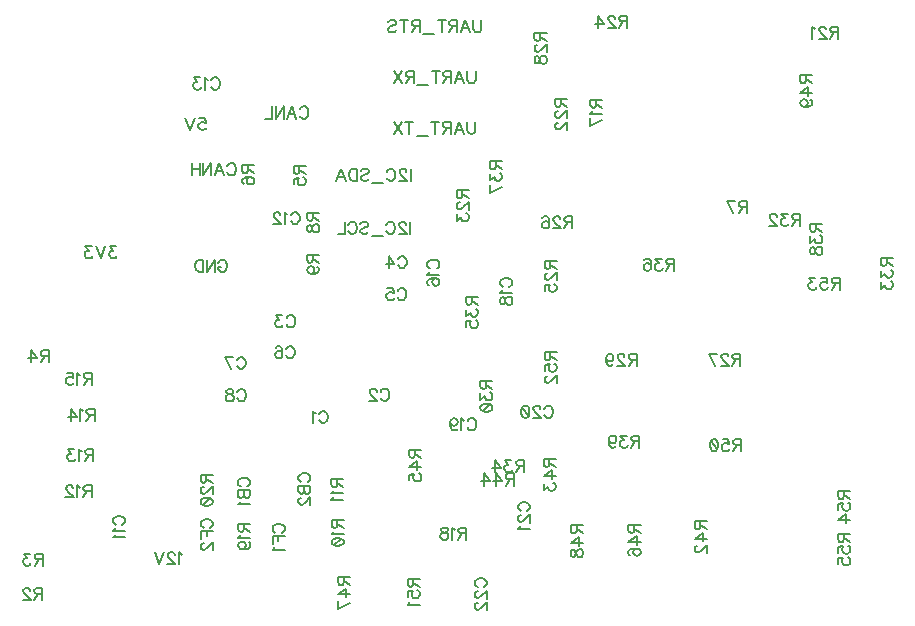
<source format=gbr>
G04 DipTrace 3.2.0.1*
G04 BottomAssy.gbr*
%MOIN*%
G04 #@! TF.FileFunction,Drawing,Bot*
G04 #@! TF.Part,Single*
%ADD108C,0.005906*%
%FSLAX26Y26*%
G04*
G70*
G90*
G75*
G01*
G04 BotAssy*
%LPD*%
X1053420Y811645D2*
D108*
X1049573Y813590D1*
X1043825Y819294D1*
Y779146D1*
X1030069Y809744D2*
Y811645D1*
X1028167Y815492D1*
X1026266Y817393D1*
X1022419Y819294D1*
X1014770D1*
X1010967Y817393D1*
X1009066Y815492D1*
X1007121Y811645D1*
Y807842D1*
X1009066Y803996D1*
X1012869Y798292D1*
X1032014Y779146D1*
X1005219D1*
X993408Y819338D2*
X978110Y779146D1*
X962811Y819338D1*
X833880Y1840188D2*
X812878D1*
X824330Y1824889D1*
X818582D1*
X814779Y1822988D1*
X812878Y1821087D1*
X810932Y1815339D1*
Y1811536D1*
X812878Y1805788D1*
X816680Y1801941D1*
X822429Y1800040D1*
X828177D1*
X833880Y1801941D1*
X835782Y1803887D1*
X837727Y1807689D1*
X799121Y1840232D2*
X783823Y1800040D1*
X768524Y1840232D1*
X752866Y1840188D2*
X731864D1*
X743316Y1824889D1*
X737568D1*
X733765Y1822988D1*
X731864Y1821087D1*
X729919Y1815339D1*
Y1811536D1*
X731864Y1805788D1*
X735667Y1801941D1*
X741415Y1800040D1*
X747163D1*
X752866Y1801941D1*
X754768Y1803887D1*
X756713Y1807689D1*
X1112088Y2267263D2*
X1131189D1*
X1133090Y2250063D1*
X1131189Y2251964D1*
X1125441Y2253910D1*
X1119737D1*
X1113989Y2251964D1*
X1110142Y2248162D1*
X1108241Y2242413D1*
Y2238611D1*
X1110142Y2232863D1*
X1113989Y2229016D1*
X1119737Y2227115D1*
X1125441D1*
X1131189Y2229016D1*
X1133090Y2230962D1*
X1135036Y2234764D1*
X1096430Y2267307D2*
X1081132Y2227115D1*
X1065833Y2267307D1*
X1511531Y1280885D2*
X1513432Y1284687D1*
X1517279Y1288534D1*
X1521081Y1290435D1*
X1528731D1*
X1532577Y1288534D1*
X1536380Y1284687D1*
X1538325Y1280885D1*
X1540227Y1275137D1*
Y1265542D1*
X1538325Y1259838D1*
X1536380Y1255992D1*
X1532577Y1252189D1*
X1528731Y1250243D1*
X1521081D1*
X1517279Y1252189D1*
X1513432Y1255992D1*
X1511531Y1259838D1*
X1499720Y1282742D2*
X1495873Y1284687D1*
X1490125Y1290391D1*
Y1250243D1*
X1717028Y1355126D2*
X1718930Y1358929D1*
X1722776Y1362776D1*
X1726579Y1364677D1*
X1734228D1*
X1738075Y1362776D1*
X1741878Y1358929D1*
X1743823Y1355126D1*
X1745724Y1349378D1*
Y1339784D1*
X1743823Y1334080D1*
X1741878Y1330233D1*
X1738075Y1326430D1*
X1734228Y1324485D1*
X1726579D1*
X1722776Y1326430D1*
X1718930Y1330233D1*
X1717028Y1334080D1*
X1703272Y1355082D2*
Y1356983D1*
X1701371Y1360830D1*
X1699469Y1362731D1*
X1695623Y1364633D1*
X1687973D1*
X1684171Y1362731D1*
X1682269Y1360830D1*
X1680324Y1356983D1*
Y1353181D1*
X1682269Y1349334D1*
X1686072Y1343630D1*
X1705217Y1324485D1*
X1678423D1*
X1403090Y1599882D2*
X1404991Y1603685D1*
X1408838Y1607532D1*
X1412641Y1609433D1*
X1420290D1*
X1424137Y1607532D1*
X1427939Y1603685D1*
X1429885Y1599882D1*
X1431786Y1594134D1*
Y1584539D1*
X1429885Y1578836D1*
X1427939Y1574989D1*
X1424137Y1571186D1*
X1420290Y1569241D1*
X1412641D1*
X1408838Y1571186D1*
X1404991Y1574989D1*
X1403090Y1578836D1*
X1387432Y1609389D2*
X1366430D1*
X1377882Y1594090D1*
X1372134D1*
X1368331Y1592189D1*
X1366430Y1590288D1*
X1364484Y1584539D1*
Y1580737D1*
X1366430Y1574989D1*
X1370232Y1571142D1*
X1375980Y1569241D1*
X1381728D1*
X1387432Y1571142D1*
X1389334Y1573088D1*
X1391279Y1576890D1*
X1774467Y1797339D2*
X1776368Y1801142D1*
X1780215Y1804988D1*
X1784018Y1806890D1*
X1791667D1*
X1795514Y1804988D1*
X1799316Y1801142D1*
X1801262Y1797339D1*
X1803163Y1791591D1*
Y1781996D1*
X1801262Y1776292D1*
X1799316Y1772446D1*
X1795514Y1768643D1*
X1791667Y1766698D1*
X1784018D1*
X1780215Y1768643D1*
X1776368Y1772446D1*
X1774467Y1776292D1*
X1743511Y1766698D2*
Y1806845D1*
X1762656Y1780095D1*
X1733960D1*
X1773517Y1690821D2*
X1775418Y1694623D1*
X1779265Y1698470D1*
X1783067Y1700371D1*
X1790716D1*
X1794563Y1698470D1*
X1798366Y1694623D1*
X1800311Y1690821D1*
X1802212Y1685073D1*
Y1675478D1*
X1800311Y1669774D1*
X1798366Y1665927D1*
X1794563Y1662125D1*
X1790716Y1660179D1*
X1783067D1*
X1779265Y1662125D1*
X1775418Y1665927D1*
X1773517Y1669774D1*
X1738758Y1700327D2*
X1757859D1*
X1759760Y1683127D1*
X1757859Y1685028D1*
X1752111Y1686974D1*
X1746407D1*
X1740659Y1685028D1*
X1736812Y1681226D1*
X1734911Y1675478D1*
Y1671675D1*
X1736812Y1665927D1*
X1740659Y1662080D1*
X1746407Y1660179D1*
X1752111D1*
X1757859Y1662080D1*
X1759760Y1664026D1*
X1761706Y1667828D1*
X1401096Y1496848D2*
X1402998Y1500651D1*
X1406844Y1504497D1*
X1410647Y1506399D1*
X1418296D1*
X1422143Y1504497D1*
X1425945Y1500651D1*
X1427891Y1496848D1*
X1429792Y1491100D1*
Y1481505D1*
X1427891Y1475802D1*
X1425945Y1471955D1*
X1422143Y1468152D1*
X1418296Y1466207D1*
X1410647D1*
X1406844Y1468152D1*
X1402998Y1471955D1*
X1401096Y1475802D1*
X1366337Y1500651D2*
X1368239Y1504453D1*
X1373987Y1506355D1*
X1377789D1*
X1383537Y1504453D1*
X1387384Y1498705D1*
X1389285Y1489155D1*
Y1479604D1*
X1387384Y1471955D1*
X1383537Y1468108D1*
X1377789Y1466207D1*
X1375888D1*
X1370184Y1468108D1*
X1366337Y1471955D1*
X1364436Y1477703D1*
Y1479604D1*
X1366337Y1485352D1*
X1370184Y1489155D1*
X1375888Y1491056D1*
X1377789D1*
X1383537Y1489155D1*
X1387384Y1485352D1*
X1389285Y1479604D1*
X1237828Y1461143D2*
X1239729Y1464946D1*
X1243576Y1468793D1*
X1247378Y1470694D1*
X1255027D1*
X1258874Y1468793D1*
X1262677Y1464946D1*
X1264622Y1461143D1*
X1266524Y1455395D1*
Y1445801D1*
X1264622Y1440097D1*
X1262677Y1436250D1*
X1258874Y1432448D1*
X1255027Y1430502D1*
X1247378D1*
X1243576Y1432448D1*
X1239729Y1436250D1*
X1237828Y1440097D1*
X1218367Y1430502D2*
X1199222Y1470650D1*
X1226017D1*
X1238825Y1354029D2*
X1240726Y1357832D1*
X1244573Y1361679D1*
X1248376Y1363580D1*
X1256025D1*
X1259872Y1361679D1*
X1263674Y1357832D1*
X1265620Y1354029D1*
X1267521Y1348281D1*
Y1338686D1*
X1265620Y1332983D1*
X1263674Y1329136D1*
X1259872Y1325333D1*
X1256025Y1323388D1*
X1248376D1*
X1244573Y1325333D1*
X1240726Y1329136D1*
X1238825Y1332983D1*
X1217464Y1363536D2*
X1223167Y1361634D1*
X1225113Y1357832D1*
Y1353985D1*
X1223167Y1350183D1*
X1219365Y1348237D1*
X1211716Y1346336D1*
X1205967Y1344434D1*
X1202165Y1340588D1*
X1200264Y1336785D1*
Y1331037D1*
X1202165Y1327235D1*
X1204066Y1325289D1*
X1209814Y1323388D1*
X1217464D1*
X1223167Y1325289D1*
X1225113Y1327235D1*
X1227014Y1331037D1*
Y1336785D1*
X1225113Y1340588D1*
X1221266Y1344434D1*
X1215562Y1346336D1*
X1207913Y1348237D1*
X1204066Y1350183D1*
X1202165Y1353985D1*
Y1357832D1*
X1204066Y1361634D1*
X1209814Y1363536D1*
X1217464D1*
X833830Y911759D2*
X830028Y913660D1*
X826181Y917507D1*
X824280Y921309D1*
Y928959D1*
X826181Y932805D1*
X830028Y936608D1*
X833830Y938553D1*
X839578Y940455D1*
X849173D1*
X854877Y938553D1*
X858724Y936608D1*
X862526Y932805D1*
X864472Y928959D1*
Y921309D1*
X862526Y917507D1*
X858724Y913660D1*
X854877Y911759D1*
X831973Y899948D2*
X830028Y896101D1*
X824324Y890353D1*
X864472D1*
X831973Y878542D2*
X830028Y874695D1*
X824324Y868947D1*
X864472D1*
X1417836Y1943912D2*
X1419738Y1947715D1*
X1423584Y1951562D1*
X1427387Y1953463D1*
X1435036D1*
X1438883Y1951562D1*
X1442685Y1947715D1*
X1444631Y1943912D1*
X1446532Y1938164D1*
Y1928570D1*
X1444631Y1922866D1*
X1442685Y1919019D1*
X1438883Y1915217D1*
X1435036Y1913271D1*
X1427387D1*
X1423584Y1915217D1*
X1419738Y1919019D1*
X1417836Y1922866D1*
X1406025Y1945770D2*
X1402178Y1947715D1*
X1396430Y1953419D1*
Y1913271D1*
X1382674Y1943868D2*
Y1945770D1*
X1380773Y1949616D1*
X1378871Y1951518D1*
X1375025Y1953419D1*
X1367375D1*
X1363573Y1951518D1*
X1361672Y1949616D1*
X1359726Y1945770D1*
Y1941967D1*
X1361672Y1938120D1*
X1365474Y1932416D1*
X1384619Y1913271D1*
X1357825D1*
X1151515Y2392658D2*
X1153416Y2396460D1*
X1157263Y2400307D1*
X1161065Y2402208D1*
X1168715D1*
X1172561Y2400307D1*
X1176364Y2396460D1*
X1178309Y2392658D1*
X1180211Y2386910D1*
Y2377315D1*
X1178309Y2371611D1*
X1176364Y2367764D1*
X1172561Y2363962D1*
X1168715Y2362016D1*
X1161065D1*
X1157263Y2363962D1*
X1153416Y2367764D1*
X1151515Y2371611D1*
X1139704Y2394515D2*
X1135857Y2396460D1*
X1130109Y2402164D1*
Y2362016D1*
X1114451Y2402164D2*
X1093449D1*
X1104901Y2386866D1*
X1099153D1*
X1095350Y2384964D1*
X1093449Y2383063D1*
X1091503Y2377315D1*
Y2373513D1*
X1093449Y2367764D1*
X1097251Y2363918D1*
X1102999Y2362016D1*
X1108747D1*
X1114451Y2363918D1*
X1116352Y2365863D1*
X1118298Y2369666D1*
X1881878Y1765912D2*
X1878075Y1767813D1*
X1874228Y1771660D1*
X1872327Y1775463D1*
Y1783112D1*
X1874228Y1786959D1*
X1878075Y1790761D1*
X1881878Y1792707D1*
X1887626Y1794608D1*
X1897220D1*
X1902924Y1792707D1*
X1906771Y1790761D1*
X1910574Y1786959D1*
X1912519Y1783112D1*
Y1775463D1*
X1910574Y1771660D1*
X1906771Y1767813D1*
X1902924Y1765912D1*
X1880021Y1754101D2*
X1878075Y1750254D1*
X1872371Y1744506D1*
X1912519D1*
X1878075Y1709747D2*
X1874272Y1711649D1*
X1872371Y1717397D1*
Y1721199D1*
X1874273Y1726947D1*
X1880021Y1730794D1*
X1889571Y1732695D1*
X1899122D1*
X1906771Y1730794D1*
X1910618Y1726947D1*
X1912519Y1721199D1*
Y1719298D1*
X1910618Y1713594D1*
X1906771Y1709747D1*
X1901023Y1707846D1*
X1899122D1*
X1893374Y1709747D1*
X1889571Y1713594D1*
X1887670Y1719298D1*
Y1721199D1*
X1889571Y1726947D1*
X1893374Y1730794D1*
X1899122Y1732695D1*
X2124326Y1704708D2*
X2120524Y1706609D1*
X2116677Y1710456D1*
X2114776Y1714258D1*
Y1721908D1*
X2116677Y1725755D1*
X2120524Y1729557D1*
X2124326Y1731503D1*
X2130074Y1733404D1*
X2139669D1*
X2145373Y1731503D1*
X2149220Y1729557D1*
X2153022Y1725754D1*
X2154968Y1721908D1*
Y1714258D1*
X2153022Y1710456D1*
X2149220Y1706609D1*
X2145373Y1704708D1*
X2122469Y1692897D2*
X2120524Y1689050D1*
X2114820Y1683302D1*
X2154968D1*
X2114820Y1661941D2*
X2116721Y1667644D1*
X2120524Y1669590D1*
X2124371D1*
X2128173Y1667644D1*
X2130119Y1663842D1*
X2132020Y1656193D1*
X2133921Y1650445D1*
X2137768Y1646642D1*
X2141570Y1644741D1*
X2147318D1*
X2151121Y1646642D1*
X2153067Y1648543D1*
X2154968Y1654291D1*
Y1661940D1*
X2153067Y1667644D1*
X2151121Y1669590D1*
X2147319Y1671491D1*
X2141571D1*
X2137768Y1669590D1*
X2133921Y1665743D1*
X2132020Y1660039D1*
X2130119Y1652390D1*
X2128173Y1648543D1*
X2124371Y1646642D1*
X2120524D1*
X2116721Y1648543D1*
X2114820Y1654291D1*
Y1661941D1*
X2006561Y1256663D2*
X2008463Y1260466D1*
X2012310Y1264312D1*
X2016112Y1266214D1*
X2023761D1*
X2027608Y1264312D1*
X2031411Y1260466D1*
X2033356Y1256663D1*
X2035257Y1250915D1*
Y1241320D1*
X2033356Y1235616D1*
X2031411Y1231770D1*
X2027608Y1227967D1*
X2023761Y1226022D1*
X2016112D1*
X2012310Y1227967D1*
X2008463Y1231770D1*
X2006561Y1235616D1*
X1994750Y1258520D2*
X1990904Y1260466D1*
X1985156Y1266169D1*
Y1226022D1*
X1948451Y1252816D2*
X1950397Y1247068D1*
X1954199Y1243222D1*
X1959947Y1241320D1*
X1961849D1*
X1967597Y1243222D1*
X1971399Y1247068D1*
X1973345Y1252816D1*
Y1254718D1*
X1971399Y1260466D1*
X1967597Y1264268D1*
X1961849Y1266169D1*
X1959947D1*
X1954199Y1264268D1*
X1950397Y1260466D1*
X1948451Y1252816D1*
Y1243222D1*
X1950397Y1233671D1*
X1954199Y1227923D1*
X1959947Y1226022D1*
X1963750D1*
X1969498Y1227923D1*
X1971399Y1231770D1*
X2262626Y1298225D2*
X2264528Y1302027D1*
X2268375Y1305874D1*
X2272177Y1307775D1*
X2279826D1*
X2283673Y1305874D1*
X2287476Y1302027D1*
X2289421Y1298225D1*
X2291322Y1292477D1*
Y1282882D1*
X2289421Y1277178D1*
X2287476Y1273331D1*
X2283673Y1269529D1*
X2279826Y1267583D1*
X2272177D1*
X2268375Y1269529D1*
X2264528Y1273331D1*
X2262626Y1277178D1*
X2248870Y1298181D2*
Y1300082D1*
X2246969Y1303929D1*
X2245067Y1305830D1*
X2241221Y1307731D1*
X2233571D1*
X2229769Y1305830D1*
X2227868Y1303929D1*
X2225922Y1300082D1*
Y1296279D1*
X2227868Y1292433D1*
X2231670Y1286729D1*
X2250815Y1267583D1*
X2224021D1*
X2200714Y1307731D2*
X2206462Y1305830D1*
X2210308Y1300082D1*
X2212210Y1290531D1*
Y1284783D1*
X2210308Y1275233D1*
X2206462Y1269485D1*
X2200714Y1267583D1*
X2196911D1*
X2191163Y1269485D1*
X2187361Y1275233D1*
X2185415Y1284783D1*
Y1290531D1*
X2187361Y1300082D1*
X2191163Y1305830D1*
X2196911Y1307731D1*
X2200714D1*
X2187361Y1300082D2*
X2210308Y1275233D1*
X2184047Y957310D2*
X2180244Y959211D1*
X2176398Y963058D1*
X2174496Y966861D1*
Y974510D1*
X2176397Y978357D1*
X2180244Y982159D1*
X2184047Y984105D1*
X2189795Y986006D1*
X2199390D1*
X2205093Y984105D1*
X2208940Y982159D1*
X2212743Y978357D1*
X2214688Y974510D1*
Y966861D1*
X2212743Y963058D1*
X2208940Y959211D1*
X2205093Y957310D1*
X2184091Y943554D2*
X2182190D1*
X2178343Y941652D1*
X2176442Y939751D1*
X2174540Y935904D1*
Y928255D1*
X2176442Y924452D1*
X2178343Y922551D1*
X2182190Y920606D1*
X2185992D1*
X2189839Y922551D1*
X2195543Y926354D1*
X2214688Y945499D1*
Y918704D1*
X2182190Y906893D2*
X2180244Y903047D1*
X2174540Y897299D1*
X2214688D1*
X2039564Y703676D2*
X2035761Y705578D1*
X2031915Y709424D1*
X2030013Y713227D1*
Y720876D1*
X2031915Y724723D1*
X2035761Y728526D1*
X2039564Y730471D1*
X2045312Y732372D1*
X2054907D1*
X2060611Y730471D1*
X2064457Y728526D1*
X2068260Y724723D1*
X2070205Y720876D1*
Y713227D1*
X2068260Y709424D1*
X2064457Y705578D1*
X2060611Y703676D1*
X2039608Y689920D2*
X2037707D1*
X2033860Y688019D1*
X2031959Y686117D1*
X2030058Y682271D1*
Y674621D1*
X2031959Y670819D1*
X2033860Y668918D1*
X2037707Y666972D1*
X2041509D1*
X2045356Y668917D1*
X2051060Y672720D1*
X2070205Y691865D1*
Y665071D1*
X2039608Y651314D2*
X2037707D1*
X2033860Y649413D1*
X2031959Y647512D1*
X2030058Y643665D1*
Y636016D1*
X2031959Y632213D1*
X2033860Y630312D1*
X2037707Y628366D1*
X2041509D1*
X2045356Y630312D1*
X2051060Y634114D1*
X2070205Y653260D1*
Y626465D1*
X1205855Y2106583D2*
X1207757Y2110386D1*
X1211603Y2114232D1*
X1215406Y2116134D1*
X1223055D1*
X1226902Y2114232D1*
X1230705Y2110386D1*
X1232650Y2106583D1*
X1234551Y2100835D1*
Y2091240D1*
X1232650Y2085536D1*
X1230705Y2081690D1*
X1226902Y2077887D1*
X1223055Y2075942D1*
X1215406D1*
X1211603Y2077887D1*
X1207757Y2081690D1*
X1205855Y2085536D1*
X1163403Y2075942D2*
X1178746Y2116134D1*
X1194044Y2075942D1*
X1188296Y2089339D2*
X1169151D1*
X1124797Y2116134D2*
Y2075942D1*
X1151592Y2116134D1*
Y2075942D1*
X1112986Y2116134D2*
Y2075942D1*
X1086192Y2116134D2*
Y2075942D1*
X1112986Y2096988D2*
X1086192D1*
X1447248Y2296098D2*
X1449150Y2299900D1*
X1452996Y2303747D1*
X1456799Y2305648D1*
X1464448D1*
X1468295Y2303747D1*
X1472097Y2299900D1*
X1474043Y2296098D1*
X1475944Y2290349D1*
Y2280755D1*
X1474043Y2275051D1*
X1472097Y2271204D1*
X1468295Y2267402D1*
X1464448Y2265456D1*
X1456799D1*
X1452996Y2267402D1*
X1449150Y2271204D1*
X1447248Y2275051D1*
X1404796Y2265456D2*
X1420139Y2305648D1*
X1435437Y2265456D1*
X1429689Y2278853D2*
X1410544D1*
X1366190Y2305648D2*
Y2265456D1*
X1392985Y2305648D1*
Y2265456D1*
X1354379Y2305648D2*
Y2265456D1*
X1331431D1*
X1250286Y1038922D2*
X1246483Y1040823D1*
X1242636Y1044670D1*
X1240735Y1048472D1*
Y1056121D1*
X1242636Y1059968D1*
X1246483Y1063771D1*
X1250286Y1065716D1*
X1256034Y1067618D1*
X1265629D1*
X1271332Y1065716D1*
X1275179Y1063771D1*
X1278982Y1059968D1*
X1280927Y1056121D1*
Y1048472D1*
X1278982Y1044670D1*
X1275179Y1040823D1*
X1271332Y1038922D1*
X1240735Y1027111D2*
X1280927D1*
Y1009866D1*
X1278982Y1004118D1*
X1277080Y1002217D1*
X1273278Y1000316D1*
X1267530D1*
X1263683Y1002217D1*
X1261782Y1004118D1*
X1259881Y1009867D1*
X1257935Y1004119D1*
X1256034Y1002217D1*
X1252231Y1000316D1*
X1248384D1*
X1244582Y1002217D1*
X1242636Y1004119D1*
X1240735Y1009867D1*
Y1027111D1*
X1259881D2*
Y1009867D1*
X1248429Y988505D2*
X1246483Y984658D1*
X1240779Y978910D1*
X1280927D1*
X1451867Y1053772D2*
X1448065Y1055673D1*
X1444218Y1059520D1*
X1442317Y1063323D1*
Y1070972D1*
X1444218Y1074819D1*
X1448065Y1078621D1*
X1451867Y1080567D1*
X1457615Y1082468D1*
X1467210D1*
X1472914Y1080567D1*
X1476760Y1078621D1*
X1480563Y1074819D1*
X1482509Y1070972D1*
Y1063323D1*
X1480563Y1059520D1*
X1476760Y1055673D1*
X1472914Y1053772D1*
X1442317Y1041961D2*
X1482509D1*
Y1024717D1*
X1480563Y1018969D1*
X1478662Y1017068D1*
X1474859Y1015166D1*
X1469111Y1015167D1*
X1465264Y1017068D1*
X1463363Y1018969D1*
X1461462Y1024717D1*
X1459516Y1018969D1*
X1457615Y1017068D1*
X1453813Y1015167D1*
X1449966D1*
X1446163Y1017068D1*
X1444218Y1018969D1*
X1442317Y1024717D1*
Y1041961D1*
X1461462D2*
Y1024717D1*
X1451911Y1001410D2*
X1450010D1*
X1446163Y999509D1*
X1444262Y997608D1*
X1442361Y993761D1*
Y986111D1*
X1444262Y982309D1*
X1446163Y980408D1*
X1450010Y978462D1*
X1453813D1*
X1457659Y980408D1*
X1463363Y984210D1*
X1482509Y1003355D1*
X1482508Y976561D1*
X1365733Y884976D2*
X1361931Y886878D1*
X1358084Y890724D1*
X1356183Y894527D1*
Y902176D1*
X1358084Y906023D1*
X1361931Y909825D1*
X1365733Y911771D1*
X1371481Y913672D1*
X1381076D1*
X1386780Y911771D1*
X1390627Y909825D1*
X1394429Y906023D1*
X1396375Y902176D1*
Y894527D1*
X1394429Y890724D1*
X1390627Y886877D1*
X1386780Y884976D1*
X1356183Y848272D2*
Y873165D1*
X1396375D1*
X1375328D2*
Y857867D1*
X1363876Y836461D2*
X1361931Y832614D1*
X1356227Y826866D1*
X1396375D1*
X1126759Y901004D2*
X1122957Y902905D1*
X1119110Y906752D1*
X1117209Y910555D1*
Y918204D1*
X1119110Y922051D1*
X1122957Y925853D1*
X1126759Y927799D1*
X1132508Y929700D1*
X1142102D1*
X1147806Y927799D1*
X1151653Y925853D1*
X1155455Y922051D1*
X1157401Y918204D1*
Y910555D1*
X1155455Y906752D1*
X1151653Y902905D1*
X1147806Y901004D1*
X1117209Y864300D2*
Y889193D1*
X1157401D1*
X1136354D2*
Y873894D1*
X1126804Y850543D2*
X1124902D1*
X1121056Y848642D1*
X1119154Y846741D1*
X1117253Y842894D1*
Y835245D1*
X1119154Y831442D1*
X1121056Y829541D1*
X1124902Y827595D1*
X1128705D1*
X1132552Y829541D1*
X1138256Y833343D1*
X1157401Y852489D1*
Y825694D1*
X1175852Y1784561D2*
X1177753Y1788363D1*
X1181600Y1792210D1*
X1185403Y1794111D1*
X1193052D1*
X1196899Y1792210D1*
X1200701Y1788363D1*
X1202647Y1784561D1*
X1204548Y1778813D1*
Y1769218D1*
X1202647Y1763514D1*
X1200701Y1759667D1*
X1196899Y1755865D1*
X1193052Y1753919D1*
X1185403D1*
X1181600Y1755865D1*
X1177753Y1759667D1*
X1175852Y1763514D1*
Y1769218D1*
X1185403D1*
X1137247Y1794111D2*
Y1753919D1*
X1164041Y1794111D1*
Y1753919D1*
X1125435Y1794111D2*
Y1753919D1*
X1112038D1*
X1106290Y1755865D1*
X1102443Y1759667D1*
X1100542Y1763514D1*
X1098641Y1769218D1*
Y1778813D1*
X1100542Y1784561D1*
X1102443Y1788363D1*
X1106290Y1792210D1*
X1112038Y1794111D1*
X1125435D1*
X1815044Y1920741D2*
Y1880549D1*
X1801288Y1911146D2*
Y1913048D1*
X1799386Y1916895D1*
X1797485Y1918796D1*
X1793638Y1920697D1*
X1785989D1*
X1782186Y1918796D1*
X1780285Y1916895D1*
X1778340Y1913048D1*
Y1909245D1*
X1780285Y1905398D1*
X1784088Y1899695D1*
X1803233Y1880549D1*
X1776438D1*
X1735931Y1911191D2*
X1737833Y1914993D1*
X1741679Y1918840D1*
X1745482Y1920741D1*
X1753131D1*
X1756978Y1918840D1*
X1760781Y1914993D1*
X1762726Y1911191D1*
X1764627Y1905443D1*
Y1895848D1*
X1762726Y1890144D1*
X1760781Y1886297D1*
X1756978Y1882495D1*
X1753131Y1880549D1*
X1745482D1*
X1741679Y1882495D1*
X1737833Y1886297D1*
X1735931Y1890144D1*
X1724120Y1873917D2*
X1687775D1*
X1649169Y1914993D2*
X1652972Y1918840D1*
X1658720Y1920741D1*
X1666369D1*
X1672117Y1918840D1*
X1675964Y1914993D1*
Y1911191D1*
X1674019Y1907344D1*
X1672117Y1905443D1*
X1668315Y1903541D1*
X1656819Y1899695D1*
X1652972Y1897793D1*
X1651071Y1895848D1*
X1649169Y1892045D1*
Y1886297D1*
X1652972Y1882495D1*
X1658720Y1880549D1*
X1666369D1*
X1672117Y1882495D1*
X1675964Y1886297D1*
X1608662Y1911191D2*
X1610564Y1914993D1*
X1614410Y1918840D1*
X1618213Y1920741D1*
X1625862D1*
X1629709Y1918840D1*
X1633512Y1914993D1*
X1635457Y1911191D1*
X1637358Y1905443D1*
Y1895848D1*
X1635457Y1890144D1*
X1633512Y1886297D1*
X1629709Y1882495D1*
X1625862Y1880549D1*
X1618213D1*
X1614410Y1882495D1*
X1610564Y1886297D1*
X1608662Y1890144D1*
X1596851Y1920741D2*
Y1880549D1*
X1573903D1*
X1816231Y2097789D2*
Y2057597D1*
X1802475Y2088194D2*
Y2090095D1*
X1800574Y2093942D1*
X1798672Y2095843D1*
X1794826Y2097744D1*
X1787176D1*
X1783374Y2095843D1*
X1781473Y2093942D1*
X1779527Y2090095D1*
Y2086292D1*
X1781473Y2082446D1*
X1785275Y2076742D1*
X1804420Y2057597D1*
X1777626D1*
X1737119Y2088238D2*
X1739020Y2092040D1*
X1742867Y2095887D1*
X1746669Y2097789D1*
X1754319D1*
X1758165Y2095887D1*
X1761968Y2092040D1*
X1763913Y2088238D1*
X1765815Y2082490D1*
Y2072895D1*
X1763913Y2067191D1*
X1761968Y2063345D1*
X1758165Y2059542D1*
X1754319Y2057597D1*
X1746669D1*
X1742867Y2059542D1*
X1739020Y2063345D1*
X1737119Y2067191D1*
X1725308Y2050964D2*
X1688963D1*
X1650357Y2092040D2*
X1654159Y2095887D1*
X1659907Y2097789D1*
X1667557D1*
X1673305Y2095887D1*
X1677152Y2092040D1*
Y2088238D1*
X1675206Y2084391D1*
X1673305Y2082490D1*
X1669502Y2080589D1*
X1658006Y2076742D1*
X1654159Y2074841D1*
X1652258Y2072895D1*
X1650357Y2069093D1*
Y2063345D1*
X1654159Y2059542D1*
X1659907Y2057597D1*
X1667557D1*
X1673305Y2059542D1*
X1677152Y2063345D1*
X1638546Y2097789D2*
Y2057597D1*
X1625148D1*
X1619400Y2059542D1*
X1615554Y2063345D1*
X1613652Y2067191D1*
X1611751Y2072895D1*
Y2082490D1*
X1613652Y2088238D1*
X1615554Y2092040D1*
X1619400Y2095887D1*
X1625148Y2097789D1*
X1638546D1*
X1569299Y2057597D2*
X1584642Y2097789D1*
X1599940Y2057597D1*
X1594192Y2070994D2*
X1575047D1*
X588837Y681218D2*
X571637D1*
X565889Y683163D1*
X563943Y685065D1*
X562042Y688867D1*
Y692714D1*
X563943Y696517D1*
X565889Y698462D1*
X571637Y700363D1*
X588837D1*
Y660171D1*
X575439Y681218D2*
X562042Y660171D1*
X548285Y690769D2*
Y692670D1*
X546384Y696517D1*
X544483Y698418D1*
X540636Y700319D1*
X532987D1*
X529184Y698418D1*
X527283Y696517D1*
X525338Y692670D1*
Y688867D1*
X527283Y685020D1*
X531086Y679317D1*
X550231Y660171D1*
X523436D1*
X589684Y796060D2*
X572485D1*
X566737Y798006D1*
X564791Y799907D1*
X562890Y803710D1*
Y807557D1*
X564791Y811359D1*
X566737Y813305D1*
X572485Y815206D1*
X589684D1*
Y775014D1*
X576287Y796060D2*
X562890Y775014D1*
X547232Y815162D2*
X526230D1*
X537681Y799863D1*
X531933D1*
X528131Y797962D1*
X526230Y796060D1*
X524284Y790312D1*
Y786510D1*
X526230Y780762D1*
X530032Y776915D1*
X535780Y775014D1*
X541528D1*
X547232Y776915D1*
X549133Y778861D1*
X551079Y782663D1*
X609943Y1473516D2*
X592744D1*
X586996Y1475461D1*
X585050Y1477363D1*
X583149Y1481165D1*
Y1485012D1*
X585050Y1488814D1*
X586996Y1490760D1*
X592744Y1492661D1*
X609943D1*
Y1452469D1*
X596546Y1473516D2*
X583149Y1452469D1*
X552192D2*
Y1492617D1*
X571338Y1465867D1*
X542642D1*
X1445665Y2107750D2*
Y2090550D1*
X1443720Y2084802D1*
X1441819Y2082857D1*
X1438016Y2080955D1*
X1434169D1*
X1430367Y2082857D1*
X1428421Y2084802D1*
X1426520Y2090550D1*
Y2107750D1*
X1466712D1*
X1445665Y2094353D2*
X1466712Y2080955D1*
X1426564Y2046197D2*
Y2065298D1*
X1443764Y2067199D1*
X1441863Y2065298D1*
X1439917Y2059550D1*
Y2053846D1*
X1441863Y2048098D1*
X1445665Y2044251D1*
X1451413Y2042350D1*
X1455216D1*
X1460964Y2044251D1*
X1464811Y2048098D1*
X1466712Y2053846D1*
Y2059550D1*
X1464811Y2065298D1*
X1462865Y2067199D1*
X1459063Y2069144D1*
X1274199Y2109140D2*
Y2091940D1*
X1272254Y2086192D1*
X1270353Y2084246D1*
X1266550Y2082345D1*
X1262703D1*
X1258901Y2084246D1*
X1256955Y2086192D1*
X1255054Y2091940D1*
Y2109140D1*
X1295246D1*
X1274199Y2095742D2*
X1295246Y2082345D1*
X1260802Y2047586D2*
X1257000Y2049487D1*
X1255098Y2055235D1*
Y2059038D1*
X1257000Y2064786D1*
X1262748Y2068633D1*
X1272298Y2070534D1*
X1281849D1*
X1289498Y2068633D1*
X1293345Y2064786D1*
X1295246Y2059038D1*
Y2057137D1*
X1293345Y2051433D1*
X1289498Y2047586D1*
X1283750Y2045685D1*
X1281849D1*
X1276101Y2047586D1*
X1272298Y2051433D1*
X1270397Y2057137D1*
Y2059038D1*
X1272298Y2064786D1*
X1276101Y2068633D1*
X1281849Y2070534D1*
X2936310Y1971184D2*
X2919111D1*
X2913363Y1973129D1*
X2911417Y1975031D1*
X2909516Y1978833D1*
Y1982680D1*
X2911417Y1986482D1*
X2913363Y1988428D1*
X2919111Y1990329D1*
X2936310D1*
Y1950137D1*
X2922913Y1971184D2*
X2909516Y1950137D1*
X2890055D2*
X2870910Y1990285D1*
X2897705D1*
X1491243Y1951022D2*
Y1933822D1*
X1489297Y1928074D1*
X1487396Y1926129D1*
X1483593Y1924227D1*
X1479747D1*
X1475944Y1926129D1*
X1473999Y1928074D1*
X1472097Y1933822D1*
Y1951022D1*
X1512289D1*
X1491243Y1937625D2*
X1512289Y1924227D1*
X1472142Y1902866D2*
X1474043Y1908570D1*
X1477845Y1910515D1*
X1481692D1*
X1485495Y1908570D1*
X1487440Y1904767D1*
X1489341Y1897118D1*
X1491243Y1891370D1*
X1495089Y1887567D1*
X1498892Y1885666D1*
X1504640D1*
X1508443Y1887567D1*
X1510388Y1889468D1*
X1512289Y1895216D1*
Y1902866D1*
X1510388Y1908570D1*
X1508443Y1910515D1*
X1504640Y1912416D1*
X1498892D1*
X1495090Y1910515D1*
X1491243Y1906668D1*
X1489341Y1900964D1*
X1487440Y1893315D1*
X1485495Y1889468D1*
X1481692Y1887567D1*
X1477845D1*
X1474043Y1889468D1*
X1472142Y1895216D1*
Y1902866D1*
X1490273Y1812000D2*
Y1794800D1*
X1488327Y1789052D1*
X1486426Y1787107D1*
X1482624Y1785206D1*
X1478777D1*
X1474974Y1787107D1*
X1473029Y1789052D1*
X1471128Y1794800D1*
Y1812000D1*
X1511320D1*
X1490273Y1798603D2*
X1511320Y1785206D1*
X1484525Y1748501D2*
X1490273Y1750447D1*
X1494120Y1754249D1*
X1496021Y1759997D1*
Y1761899D1*
X1494120Y1767647D1*
X1490273Y1771449D1*
X1484525Y1773395D1*
X1482624D1*
X1476876Y1771449D1*
X1473073Y1767647D1*
X1471172Y1761899D1*
Y1759997D1*
X1473073Y1754249D1*
X1476876Y1750447D1*
X1484525Y1748501D1*
X1494120D1*
X1503670Y1750447D1*
X1509418Y1754249D1*
X1511320Y1759997D1*
Y1763800D1*
X1509418Y1769548D1*
X1505572Y1771449D1*
X1572193Y927336D2*
Y910136D1*
X1570247Y904388D1*
X1568346Y902443D1*
X1564544Y900542D1*
X1560697D1*
X1556894Y902443D1*
X1554949Y904388D1*
X1553048Y910136D1*
Y927336D1*
X1593239D1*
X1572193Y913939D2*
X1593239Y900541D1*
X1560741Y888731D2*
X1558796Y884884D1*
X1553092Y879136D1*
X1593239D1*
X1553092Y855829D2*
X1554993Y861577D1*
X1560741Y865423D1*
X1570292Y867325D1*
X1576040D1*
X1585590Y865423D1*
X1591338Y861577D1*
X1593240Y855829D1*
Y852026D1*
X1591338Y846278D1*
X1585590Y842476D1*
X1576040Y840530D1*
X1570292D1*
X1560741Y842476D1*
X1554993Y846278D1*
X1553092Y852026D1*
Y855829D1*
X1560741Y842476D2*
X1585590Y865423D1*
X1571737Y1063680D2*
Y1046480D1*
X1569792Y1040732D1*
X1567891Y1038786D1*
X1564088Y1036885D1*
X1560241D1*
X1556439Y1038786D1*
X1554493Y1040732D1*
X1552592Y1046480D1*
Y1063680D1*
X1592784D1*
X1571737Y1050282D2*
X1592784Y1036885D1*
X1560286Y1025074D2*
X1558340Y1021227D1*
X1552636Y1015479D1*
X1592784D1*
X1560286Y1003668D2*
X1558340Y999822D1*
X1552636Y994074D1*
X1592784D1*
X752819Y1023387D2*
X735619D1*
X729871Y1025333D1*
X727926Y1027234D1*
X726024Y1031037D1*
Y1034883D1*
X727926Y1038686D1*
X729871Y1040631D1*
X735619Y1042533D1*
X752819D1*
Y1002341D1*
X739422Y1023387D2*
X726024Y1002341D1*
X714213Y1034839D2*
X710367Y1036785D1*
X704619Y1042488D1*
Y1002341D1*
X690862Y1032938D2*
Y1034839D1*
X688961Y1038686D1*
X687060Y1040587D1*
X683213Y1042488D1*
X675563D1*
X671761Y1040587D1*
X669860Y1038686D1*
X667914Y1034839D1*
Y1031037D1*
X669860Y1027190D1*
X673662Y1021486D1*
X692808Y1002341D1*
X666013D1*
X758488Y1144591D2*
X741289D1*
X735540Y1146536D1*
X733595Y1148437D1*
X731694Y1152240D1*
Y1156087D1*
X733595Y1159889D1*
X735540Y1161835D1*
X741289Y1163736D1*
X758488D1*
Y1123544D1*
X745091Y1144591D2*
X731694Y1123544D1*
X719883Y1156042D2*
X716036Y1157988D1*
X710288Y1163692D1*
Y1123544D1*
X694630Y1163692D2*
X673628D1*
X685080Y1148393D1*
X679332D1*
X675529Y1146492D1*
X673628Y1144591D1*
X671682Y1138843D1*
Y1135040D1*
X673628Y1129292D1*
X677430Y1125445D1*
X683178Y1123544D1*
X688926D1*
X694630Y1125445D1*
X696531Y1127391D1*
X698477Y1131193D1*
X762875Y1278743D2*
X745675D1*
X739927Y1280688D1*
X737981Y1282590D1*
X736080Y1286392D1*
Y1290239D1*
X737981Y1294041D1*
X739927Y1295987D1*
X745675Y1297888D1*
X762875D1*
Y1257696D1*
X749477Y1278743D2*
X736080Y1257696D1*
X724269Y1290195D2*
X720422Y1292140D1*
X714674Y1297844D1*
Y1257696D1*
X683718D2*
Y1297844D1*
X702863Y1271094D1*
X674167D1*
X753923Y1398428D2*
X736723D1*
X730975Y1400373D1*
X729029Y1402275D1*
X727128Y1406077D1*
Y1409924D1*
X729029Y1413727D1*
X730975Y1415672D1*
X736723Y1417573D1*
X753923D1*
Y1377381D1*
X740525Y1398428D2*
X727128Y1377381D1*
X715317Y1409880D2*
X711470Y1411825D1*
X705722Y1417529D1*
Y1377381D1*
X670963Y1417529D2*
X690065D1*
X691966Y1400329D1*
X690065Y1402230D1*
X684316Y1404176D1*
X678613D1*
X672865Y1402230D1*
X669018Y1398428D1*
X667117Y1392680D1*
Y1388877D1*
X669018Y1383129D1*
X672865Y1379283D1*
X678613Y1377381D1*
X684316D1*
X690065Y1379283D1*
X691966Y1381228D1*
X693911Y1385031D1*
X2435020Y2328719D2*
Y2311520D1*
X2433074Y2305771D1*
X2431173Y2303826D1*
X2427370Y2301925D1*
X2423524D1*
X2419721Y2303826D1*
X2417776Y2305772D1*
X2415874Y2311520D1*
Y2328719D1*
X2456066D1*
X2435020Y2315322D2*
X2456066Y2301925D1*
X2423568Y2290114D2*
X2421622Y2286267D1*
X2415918Y2280519D1*
X2456066D1*
Y2261059D2*
X2415918Y2241913D1*
Y2268708D1*
X2002600Y882869D2*
X1985400D1*
X1979652Y884814D1*
X1977707Y886716D1*
X1975805Y890518D1*
Y894365D1*
X1977707Y898167D1*
X1979652Y900113D1*
X1985400Y902014D1*
X2002600D1*
Y861822D1*
X1989203Y882869D2*
X1975805Y861822D1*
X1963994Y894321D2*
X1960148Y896266D1*
X1954400Y901970D1*
Y861822D1*
X1933038Y901970D2*
X1938742Y900069D1*
X1940687Y896266D1*
Y892419D1*
X1938742Y888617D1*
X1934939Y886671D1*
X1927290Y884770D1*
X1921542Y882869D1*
X1917739Y879022D1*
X1915838Y875220D1*
Y869472D1*
X1917739Y865669D1*
X1919641Y863724D1*
X1925389Y861822D1*
X1933038D1*
X1938742Y863724D1*
X1940687Y865669D1*
X1942589Y869472D1*
Y875220D1*
X1940687Y879022D1*
X1936841Y882869D1*
X1931137Y884770D1*
X1923487Y886671D1*
X1919641Y888617D1*
X1917739Y892419D1*
Y896266D1*
X1919641Y900069D1*
X1925389Y901970D1*
X1933038D1*
X1261177Y914756D2*
Y897556D1*
X1259232Y891808D1*
X1257330Y889862D1*
X1253528Y887961D1*
X1249681D1*
X1245879Y889862D1*
X1243933Y891808D1*
X1242032Y897556D1*
Y914756D1*
X1282224D1*
X1261177Y901358D2*
X1282224Y887961D1*
X1249725Y876150D2*
X1247780Y872303D1*
X1242076Y866555D1*
X1282224D1*
X1255429Y829851D2*
X1261177Y831796D1*
X1265024Y835599D1*
X1266925Y841347D1*
Y843248D1*
X1265024Y848996D1*
X1261177Y852799D1*
X1255429Y854744D1*
X1253528D1*
X1247780Y852799D1*
X1243977Y848996D1*
X1242076Y843248D1*
Y841347D1*
X1243977Y835599D1*
X1247780Y831796D1*
X1255429Y829851D1*
X1265024D1*
X1274574Y831796D1*
X1280322Y835599D1*
X1282224Y841347D1*
Y845149D1*
X1280322Y850897D1*
X1276476Y852799D1*
X1135840Y1078419D2*
Y1061219D1*
X1133894Y1055471D1*
X1131993Y1053526D1*
X1128191Y1051624D1*
X1124344D1*
X1120541Y1053526D1*
X1118596Y1055471D1*
X1116694Y1061219D1*
Y1078419D1*
X1156886D1*
X1135840Y1065022D2*
X1156886Y1051624D1*
X1126289Y1037868D2*
X1124388D1*
X1120541Y1035967D1*
X1118640Y1034065D1*
X1116739Y1030219D1*
Y1022569D1*
X1118640Y1018767D1*
X1120541Y1016866D1*
X1124388Y1014920D1*
X1128191D1*
X1132037Y1016865D1*
X1137741Y1020668D1*
X1156886Y1039813D1*
Y1013019D1*
X1116739Y989712D2*
X1118640Y995460D1*
X1124388Y999306D1*
X1133939Y1001208D1*
X1139687D1*
X1149237Y999306D1*
X1154985Y995460D1*
X1156886Y989712D1*
Y985909D1*
X1154985Y980161D1*
X1149237Y976359D1*
X1139687Y974413D1*
X1133939D1*
X1124388Y976359D1*
X1118640Y980161D1*
X1116739Y985909D1*
Y989712D1*
X1124388Y976359D2*
X1149237Y999306D1*
X3241533Y2552686D2*
X3224333D1*
X3218585Y2554632D1*
X3216640Y2556533D1*
X3214738Y2560336D1*
Y2564183D1*
X3216640Y2567985D1*
X3218585Y2569931D1*
X3224333Y2571832D1*
X3241533D1*
Y2531640D1*
X3228136Y2552686D2*
X3214738Y2531640D1*
X3200982Y2562237D2*
Y2564138D1*
X3199081Y2567985D1*
X3197179Y2569886D1*
X3193333Y2571788D1*
X3185683D1*
X3181881Y2569886D1*
X3179979Y2567985D1*
X3178034Y2564138D1*
Y2560336D1*
X3179979Y2556489D1*
X3183782Y2550785D1*
X3202927Y2531640D1*
X3176133D1*
X3164322Y2564138D2*
X3160475Y2566084D1*
X3154727Y2571788D1*
Y2531640D1*
X2317286Y2330956D2*
Y2313756D1*
X2315341Y2308008D1*
X2313439Y2306062D1*
X2309637Y2304161D1*
X2305790D1*
X2301987Y2306062D1*
X2300042Y2308008D1*
X2298141Y2313756D1*
Y2330956D1*
X2338333D1*
X2317286Y2317558D2*
X2338333Y2304161D1*
X2307735Y2290405D2*
X2305834D1*
X2301987Y2288503D1*
X2300086Y2286602D1*
X2298185Y2282755D1*
Y2275106D1*
X2300086Y2271304D1*
X2301987Y2269402D1*
X2305834Y2267457D1*
X2309637D1*
X2313484Y2269402D1*
X2319187Y2273205D1*
X2338333Y2292350D1*
Y2265555D1*
X2307735Y2251799D2*
X2305834D1*
X2301987Y2249898D1*
X2300086Y2247996D1*
X2298185Y2244150D1*
Y2236500D1*
X2300086Y2232698D1*
X2301987Y2230797D1*
X2305834Y2228851D1*
X2309637D1*
X2313483Y2230797D1*
X2319187Y2234599D1*
X2338333Y2253744D1*
Y2226950D1*
X1989077Y2026594D2*
Y2009394D1*
X1987132Y2003646D1*
X1985231Y2001700D1*
X1981428Y1999799D1*
X1977581D1*
X1973779Y2001700D1*
X1971833Y2003646D1*
X1969932Y2009394D1*
Y2026594D1*
X2010124D1*
X1989077Y2013196D2*
X2010124Y1999799D1*
X1979527Y1986042D2*
X1977626D1*
X1973779Y1984141D1*
X1971878Y1982240D1*
X1969976Y1978393D1*
Y1970744D1*
X1971878Y1966941D1*
X1973779Y1965040D1*
X1977626Y1963095D1*
X1981428D1*
X1985275Y1965040D1*
X1990979Y1968843D1*
X2010124Y1987988D1*
Y1961193D1*
X1969976Y1945536D2*
Y1924533D1*
X1985275Y1935985D1*
Y1930237D1*
X1987176Y1926434D1*
X1989077Y1924533D1*
X1994825Y1922588D1*
X1998628D1*
X2004376Y1924533D1*
X2008223Y1928336D1*
X2010124Y1934084D1*
Y1939832D1*
X2008223Y1945535D1*
X2006277Y1947437D1*
X2002475Y1949382D1*
X2538250Y2588997D2*
X2521050D1*
X2515302Y2590943D1*
X2513357Y2592844D1*
X2511456Y2596647D1*
Y2600494D1*
X2513357Y2604296D1*
X2515302Y2606242D1*
X2521050Y2608143D1*
X2538250D1*
Y2567951D1*
X2524853Y2588997D2*
X2511456Y2567951D1*
X2497699Y2598548D2*
Y2600449D1*
X2495798Y2604296D1*
X2493897Y2606197D1*
X2490050Y2608099D1*
X2482400D1*
X2478598Y2606197D1*
X2476697Y2604296D1*
X2474751Y2600449D1*
Y2596647D1*
X2476697Y2592800D1*
X2480499Y2587096D1*
X2499645Y2567951D1*
X2472850D1*
X2441893D2*
Y2608099D1*
X2461039Y2581348D1*
X2432343D1*
X2282034Y1791046D2*
Y1773846D1*
X2280089Y1768098D1*
X2278187Y1766153D1*
X2274385Y1764252D1*
X2270538D1*
X2266735Y1766153D1*
X2264790Y1768098D1*
X2262889Y1773846D1*
Y1791046D1*
X2303081D1*
X2282034Y1777649D2*
X2303081Y1764252D1*
X2272484Y1750495D2*
X2270582D1*
X2266735Y1748594D1*
X2264834Y1746693D1*
X2262933Y1742846D1*
Y1735197D1*
X2264834Y1731394D1*
X2266735Y1729493D1*
X2270582Y1727547D1*
X2274385D1*
X2278232Y1729493D1*
X2283935Y1733295D1*
X2303081Y1752441D1*
Y1725646D1*
X2262933Y1690887D2*
Y1709988D1*
X2280133Y1711890D1*
X2278232Y1709988D1*
X2276286Y1704240D1*
Y1698536D1*
X2278231Y1692788D1*
X2282034Y1688942D1*
X2287782Y1687040D1*
X2291585D1*
X2297333Y1688942D1*
X2301179Y1692788D1*
X2303081Y1698536D1*
Y1704240D1*
X2301179Y1709988D1*
X2299234Y1711890D1*
X2295431Y1713835D1*
X2356064Y1920121D2*
X2338865D1*
X2333116Y1922066D1*
X2331171Y1923968D1*
X2329270Y1927770D1*
Y1931617D1*
X2331171Y1935419D1*
X2333116Y1937365D1*
X2338865Y1939266D1*
X2356064D1*
Y1899074D1*
X2342667Y1920121D2*
X2329270Y1899074D1*
X2315513Y1929671D2*
Y1931573D1*
X2313612Y1935419D1*
X2311711Y1937321D1*
X2307864Y1939222D1*
X2300215D1*
X2296412Y1937321D1*
X2294511Y1935419D1*
X2292565Y1931573D1*
Y1927770D1*
X2294511Y1923923D1*
X2298313Y1918220D1*
X2317459Y1899074D1*
X2290664D1*
X2255905Y1933518D2*
X2257806Y1937321D1*
X2263554Y1939222D1*
X2267357D1*
X2273105Y1937321D1*
X2276952Y1931573D1*
X2278853Y1922022D1*
Y1912472D1*
X2276952Y1904822D1*
X2273105Y1900975D1*
X2267357Y1899074D1*
X2265456D1*
X2259752Y1900975D1*
X2255905Y1904822D1*
X2254004Y1910570D1*
Y1912472D1*
X2255905Y1918220D1*
X2259752Y1922022D1*
X2265456Y1923923D1*
X2267357D1*
X2273105Y1922022D1*
X2276952Y1918220D1*
X2278853Y1912472D1*
X2915794Y1462700D2*
X2898594D1*
X2892846Y1464645D1*
X2890901Y1466546D1*
X2889000Y1470349D1*
Y1474196D1*
X2890901Y1477998D1*
X2892846Y1479944D1*
X2898594Y1481845D1*
X2915794D1*
Y1441653D1*
X2902397Y1462700D2*
X2889000Y1441653D1*
X2875243Y1472250D2*
Y1474151D1*
X2873342Y1477998D1*
X2871441Y1479899D1*
X2867594Y1481801D1*
X2859945D1*
X2856142Y1479899D1*
X2854241Y1477998D1*
X2852295Y1474151D1*
Y1470349D1*
X2854241Y1466502D1*
X2858043Y1460798D1*
X2877189Y1441653D1*
X2850394D1*
X2830934D2*
X2811788Y1481801D1*
X2838583D1*
X2248584Y2551418D2*
Y2534218D1*
X2246638Y2528470D1*
X2244737Y2526525D1*
X2240935Y2524623D1*
X2237088D1*
X2233285Y2526525D1*
X2231340Y2528470D1*
X2229439Y2534218D1*
Y2551418D1*
X2269631D1*
X2248584Y2538021D2*
X2269631Y2524623D1*
X2239033Y2510867D2*
X2237132D1*
X2233285Y2508966D1*
X2231384Y2507064D1*
X2229483Y2503218D1*
Y2495568D1*
X2231384Y2491766D1*
X2233285Y2489864D1*
X2237132Y2487919D1*
X2240935D1*
X2244781Y2489864D1*
X2250485Y2493667D1*
X2269631Y2512812D1*
Y2486018D1*
X2229483Y2464656D2*
X2231384Y2470360D1*
X2235187Y2472305D1*
X2239033D1*
X2242836Y2470360D1*
X2244781Y2466557D1*
X2246683Y2458908D1*
X2248584Y2453160D1*
X2252431Y2449357D1*
X2256233Y2447456D1*
X2261981D1*
X2265784Y2449357D1*
X2267729Y2451259D1*
X2269631Y2457007D1*
Y2464656D1*
X2267729Y2470360D1*
X2265784Y2472305D1*
X2261981Y2474207D1*
X2256233D1*
X2252431Y2472305D1*
X2248584Y2468459D1*
X2246683Y2462755D1*
X2244781Y2455106D1*
X2242836Y2451259D1*
X2239033Y2449357D1*
X2235187D1*
X2231384Y2451259D1*
X2229483Y2457007D1*
Y2464656D1*
X2569686Y1461777D2*
X2552486D1*
X2546738Y1463722D1*
X2544793Y1465624D1*
X2542892Y1469426D1*
Y1473273D1*
X2544793Y1477076D1*
X2546738Y1479021D1*
X2552486Y1480922D1*
X2569686D1*
Y1440730D1*
X2556289Y1461777D2*
X2542892Y1440730D1*
X2529135Y1471328D2*
Y1473229D1*
X2527234Y1477076D1*
X2525333Y1478977D1*
X2521486Y1480878D1*
X2513836D1*
X2510034Y1478977D1*
X2508133Y1477076D1*
X2506187Y1473229D1*
Y1469426D1*
X2508133Y1465580D1*
X2511935Y1459876D1*
X2531081Y1440730D1*
X2504286D1*
X2467581Y1467525D2*
X2469527Y1461777D1*
X2473329Y1457930D1*
X2479078Y1456029D1*
X2480979D1*
X2486727Y1457930D1*
X2490529Y1461777D1*
X2492475Y1467525D1*
Y1469426D1*
X2490529Y1475174D1*
X2486727Y1478977D1*
X2480979Y1480878D1*
X2479078D1*
X2473329Y1478977D1*
X2469527Y1475174D1*
X2467581Y1467525D1*
Y1457930D1*
X2469527Y1448380D1*
X2473329Y1442632D1*
X2479078Y1440730D1*
X2482880D1*
X2488628Y1442632D1*
X2490529Y1446478D1*
X2068387Y1391441D2*
Y1374241D1*
X2066442Y1368493D1*
X2064540Y1366548D1*
X2060738Y1364647D1*
X2056891D1*
X2053088Y1366548D1*
X2051143Y1368493D1*
X2049242Y1374242D1*
Y1391441D1*
X2089434D1*
X2068387Y1378044D2*
X2089434Y1364647D1*
X2049286Y1348989D2*
Y1327987D1*
X2064585Y1339438D1*
Y1333690D1*
X2066486Y1329888D1*
X2068387Y1327987D1*
X2074135Y1326041D1*
X2077938D1*
X2083686Y1327987D1*
X2087532Y1331789D1*
X2089434Y1337537D1*
Y1343285D1*
X2087532Y1348989D1*
X2085587Y1350890D1*
X2081784Y1352836D1*
X2049286Y1302734D2*
X2051187Y1308482D1*
X2056935Y1312329D1*
X2066486Y1314230D1*
X2072234D1*
X2081784Y1312329D1*
X2087532Y1308482D1*
X2089434Y1302734D1*
Y1298931D1*
X2087532Y1293183D1*
X2081784Y1289381D1*
X2072234Y1287435D1*
X2066486D1*
X2056935Y1289381D1*
X2051187Y1293183D1*
X2049286Y1298931D1*
Y1302734D1*
X2056935Y1289381D2*
X2081784Y1312329D1*
X3115398Y1928625D2*
X3098198D1*
X3092450Y1930570D1*
X3090505Y1932472D1*
X3088603Y1936274D1*
Y1940121D1*
X3090505Y1943923D1*
X3092450Y1945869D1*
X3098198Y1947770D1*
X3115398D1*
Y1907578D1*
X3102001Y1928625D2*
X3088603Y1907578D1*
X3072946Y1947726D2*
X3051943D1*
X3063395Y1932427D1*
X3057647D1*
X3053844Y1930526D1*
X3051943Y1928625D1*
X3049998Y1922877D1*
Y1919074D1*
X3051943Y1913326D1*
X3055746Y1909479D1*
X3061494Y1907578D1*
X3067242D1*
X3072946Y1909479D1*
X3074847Y1911425D1*
X3076792Y1915227D1*
X3036241Y1938175D2*
Y1940077D1*
X3034340Y1943923D1*
X3032439Y1945825D1*
X3028592Y1947726D1*
X3020943D1*
X3017140Y1945825D1*
X3015239Y1943923D1*
X3013293Y1940077D1*
Y1936274D1*
X3015239Y1932427D1*
X3019041Y1926724D1*
X3038187Y1907578D1*
X3011392D1*
X3403111Y1800658D2*
Y1783458D1*
X3401166Y1777710D1*
X3399265Y1775765D1*
X3395462Y1773863D1*
X3391615D1*
X3387813Y1775765D1*
X3385867Y1777710D1*
X3383966Y1783458D1*
Y1800658D1*
X3424158D1*
X3403111Y1787261D2*
X3424158Y1773863D1*
X3384010Y1758205D2*
Y1737203D1*
X3399309Y1748655D1*
Y1742907D1*
X3401210Y1739104D1*
X3403112Y1737203D1*
X3408860Y1735258D1*
X3412662D1*
X3418410Y1737203D1*
X3422257Y1741006D1*
X3424158Y1746754D1*
Y1752502D1*
X3422257Y1758205D1*
X3420311Y1760107D1*
X3416509Y1762052D1*
X3384010Y1719600D2*
Y1698597D1*
X3399309Y1710049D1*
Y1704301D1*
X3401210Y1700499D1*
X3403111Y1698597D1*
X3408859Y1696652D1*
X3412662D1*
X3418410Y1698597D1*
X3422257Y1702400D1*
X3424158Y1708148D1*
Y1713896D1*
X3422257Y1719600D1*
X3420311Y1721501D1*
X3416509Y1723447D1*
X2194477Y1107902D2*
X2177277D1*
X2171529Y1109847D1*
X2169584Y1111748D1*
X2167683Y1115551D1*
Y1119398D1*
X2169584Y1123200D1*
X2171529Y1125146D1*
X2177277Y1127047D1*
X2194477D1*
Y1086855D1*
X2181080Y1107902D2*
X2167683Y1086855D1*
X2152025Y1127003D2*
X2131022D1*
X2142474Y1111704D1*
X2136726D1*
X2132924Y1109803D1*
X2131022Y1107902D1*
X2129077Y1102154D1*
Y1098351D1*
X2131022Y1092603D1*
X2134825Y1088756D1*
X2140573Y1086855D1*
X2146321D1*
X2152025Y1088756D1*
X2153926Y1090702D1*
X2155872Y1094504D1*
X2098121Y1086855D2*
Y1127003D1*
X2117266Y1100252D1*
X2088570D1*
X2020219Y1670370D2*
Y1653171D1*
X2018274Y1647423D1*
X2016372Y1645477D1*
X2012570Y1643576D1*
X2008723D1*
X2004921Y1645477D1*
X2002975Y1647423D1*
X2001074Y1653171D1*
Y1670371D1*
X2041266Y1670370D1*
X2020219Y1656973D2*
X2041266Y1643576D1*
X2001118Y1627918D2*
Y1606916D1*
X2016417Y1618368D1*
Y1612619D1*
X2018318Y1608817D1*
X2020219Y1606916D1*
X2025967Y1604970D1*
X2029770D1*
X2035518Y1606916D1*
X2039364Y1610718D1*
X2041266Y1616466D1*
Y1622214D1*
X2039364Y1627918D1*
X2037419Y1629819D1*
X2033616Y1631765D1*
X2001118Y1570211D2*
Y1589312D1*
X2018318Y1591214D1*
X2016417Y1589312D1*
X2014471Y1583564D1*
Y1577861D1*
X2016417Y1572113D1*
X2020219Y1568266D1*
X2025967Y1566365D1*
X2029770D1*
X2035518Y1568266D1*
X2039364Y1572113D1*
X2041266Y1577861D1*
Y1583564D1*
X2039364Y1589312D1*
X2037419Y1591214D1*
X2033616Y1593159D1*
X2695570Y1779043D2*
X2678370D1*
X2672622Y1780989D1*
X2670676Y1782890D1*
X2668775Y1786693D1*
Y1790539D1*
X2670676Y1794342D1*
X2672622Y1796288D1*
X2678370Y1798189D1*
X2695570D1*
Y1757997D1*
X2682172Y1779043D2*
X2668775Y1757997D1*
X2653117Y1798145D2*
X2632115D1*
X2643567Y1782846D1*
X2637819D1*
X2634016Y1780945D1*
X2632115Y1779043D1*
X2630169Y1773295D1*
Y1769493D1*
X2632115Y1763745D1*
X2635917Y1759898D1*
X2641665Y1757997D1*
X2647413D1*
X2653117Y1759898D1*
X2655018Y1761844D1*
X2656964Y1765646D1*
X2595410Y1792441D2*
X2597312Y1796243D1*
X2603060Y1798145D1*
X2606862D1*
X2612610Y1796243D1*
X2616457Y1790495D1*
X2618358Y1780945D1*
Y1771394D1*
X2616457Y1763745D1*
X2612610Y1759898D1*
X2606862Y1757997D1*
X2604961D1*
X2599257Y1759898D1*
X2595410Y1763745D1*
X2593509Y1769493D1*
Y1771394D1*
X2595410Y1777142D1*
X2599257Y1780945D1*
X2604961Y1782846D1*
X2606862D1*
X2612610Y1780945D1*
X2616457Y1777142D1*
X2618358Y1771394D1*
X2100000Y2122460D2*
Y2105260D1*
X2098054Y2099512D1*
X2096153Y2097566D1*
X2092351Y2095665D1*
X2088504D1*
X2084701Y2097566D1*
X2082756Y2099512D1*
X2080855Y2105260D1*
Y2122460D1*
X2121047D1*
X2100000Y2109062D2*
X2121047Y2095665D1*
X2080899Y2080007D2*
Y2059005D1*
X2096197Y2070457D1*
Y2064709D1*
X2098099Y2060906D1*
X2100000Y2059005D1*
X2105748Y2057059D1*
X2109551D1*
X2115299Y2059005D1*
X2119145Y2062807D1*
X2121047Y2068555D1*
Y2074303D1*
X2119145Y2080007D1*
X2117200Y2081909D1*
X2113397Y2083854D1*
X2121047Y2037599D2*
X2080899Y2018454D1*
Y2045248D1*
X3167555Y1914598D2*
Y1897398D1*
X3165610Y1891650D1*
X3163708Y1889704D1*
X3159906Y1887803D1*
X3156059D1*
X3152256Y1889704D1*
X3150311Y1891650D1*
X3148410Y1897398D1*
Y1914598D1*
X3188602D1*
X3167555Y1901200D2*
X3188602Y1887803D1*
X3148454Y1872145D2*
Y1851143D1*
X3163753Y1862595D1*
Y1856847D1*
X3165654Y1853044D1*
X3167555Y1851143D1*
X3173303Y1849197D1*
X3177106D1*
X3182854Y1851143D1*
X3186700Y1854945D1*
X3188602Y1860693D1*
Y1866441D1*
X3186700Y1872145D1*
X3184755Y1874047D1*
X3180952Y1875992D1*
X3148454Y1827836D2*
X3150355Y1833540D1*
X3154158Y1835485D1*
X3158004D1*
X3161807Y1833540D1*
X3163753Y1829737D1*
X3165654Y1822088D1*
X3167555Y1816340D1*
X3171402Y1812537D1*
X3175204Y1810636D1*
X3180952D1*
X3184755Y1812537D1*
X3186700Y1814439D1*
X3188602Y1820187D1*
Y1827836D1*
X3186700Y1833540D1*
X3184755Y1835485D1*
X3180952Y1837386D1*
X3175204D1*
X3171402Y1835485D1*
X3167555Y1831638D1*
X3165654Y1825935D1*
X3163752Y1818285D1*
X3161807Y1814439D1*
X3158004Y1812537D1*
X3154158D1*
X3150355Y1814439D1*
X3148454Y1820187D1*
Y1827836D1*
X2579446Y1189204D2*
X2562246D1*
X2556498Y1191149D1*
X2554553Y1193050D1*
X2552651Y1196853D1*
Y1200700D1*
X2554553Y1204502D1*
X2556498Y1206448D1*
X2562246Y1208349D1*
X2579446D1*
Y1168157D1*
X2566049Y1189204D2*
X2552651Y1168157D1*
X2536994Y1208305D2*
X2515991D1*
X2527443Y1193006D1*
X2521695D1*
X2517892Y1191105D1*
X2515991Y1189204D1*
X2514046Y1183455D1*
Y1179653D1*
X2515991Y1173905D1*
X2519794Y1170058D1*
X2525542Y1168157D1*
X2531290D1*
X2536994Y1170058D1*
X2538895Y1172004D1*
X2540840Y1175806D1*
X2477341Y1194952D2*
X2479287Y1189204D1*
X2483089Y1185357D1*
X2488837Y1183455D1*
X2490739D1*
X2496487Y1185357D1*
X2500289Y1189204D1*
X2502235Y1194952D1*
Y1196853D1*
X2500289Y1202601D1*
X2496487Y1206403D1*
X2490739Y1208305D1*
X2488837D1*
X2483089Y1206403D1*
X2479287Y1202601D1*
X2477341Y1194952D1*
Y1185357D1*
X2479287Y1175806D1*
X2483089Y1170058D1*
X2488837Y1168157D1*
X2492640D1*
X2498388Y1170058D1*
X2500289Y1173905D1*
X2782097Y922938D2*
Y905738D1*
X2780152Y899990D1*
X2778250Y898045D1*
X2774448Y896143D1*
X2770601D1*
X2766798Y898045D1*
X2764853Y899990D1*
X2762952Y905738D1*
Y922938D1*
X2803144D1*
X2782097Y909541D2*
X2803144Y896143D1*
Y865187D2*
X2762996D1*
X2789746Y884332D1*
Y855636D1*
X2772546Y841880D2*
X2770645D1*
X2766798Y839979D1*
X2764897Y838077D1*
X2762996Y834231D1*
Y826581D1*
X2764897Y822779D1*
X2766798Y820877D1*
X2770645Y818932D1*
X2774448D1*
X2778294Y820877D1*
X2783998Y824680D1*
X2803144Y843825D1*
Y817031D1*
X2279182Y1130748D2*
Y1113548D1*
X2277237Y1107800D1*
X2275336Y1105854D1*
X2271533Y1103953D1*
X2267686D1*
X2263884Y1105854D1*
X2261938Y1107800D1*
X2260037Y1113548D1*
Y1130748D1*
X2300229D1*
X2279182Y1117350D2*
X2300229Y1103953D1*
Y1072997D2*
X2260081D1*
X2286832Y1092142D1*
Y1063446D1*
X2260081Y1047788D2*
Y1026786D1*
X2275380Y1038238D1*
Y1032490D1*
X2277281Y1028687D1*
X2279182Y1026786D1*
X2284930Y1024840D1*
X2288733D1*
X2294481Y1026786D1*
X2298328Y1030588D1*
X2300229Y1036336D1*
Y1042084D1*
X2298328Y1047788D1*
X2296382Y1049690D1*
X2292580Y1051635D1*
X2159850Y1063135D2*
X2142651D1*
X2136903Y1065081D1*
X2134957Y1066982D1*
X2133056Y1070785D1*
Y1074631D1*
X2134957Y1078434D1*
X2136903Y1080379D1*
X2142651Y1082281D1*
X2159850D1*
Y1042089D1*
X2146453Y1063135D2*
X2133056Y1042089D1*
X2102099D2*
Y1082236D1*
X2121245Y1055486D1*
X2092549D1*
X2061592Y1042089D2*
Y1082236D1*
X2080738Y1055486D1*
X2052042D1*
X1831223Y1161740D2*
Y1144540D1*
X1829278Y1138792D1*
X1827376Y1136846D1*
X1823574Y1134945D1*
X1819727D1*
X1815924Y1136846D1*
X1813979Y1138792D1*
X1812078Y1144540D1*
Y1161740D1*
X1852270D1*
X1831223Y1148342D2*
X1852270Y1134945D1*
Y1103989D2*
X1812122D1*
X1838872Y1123134D1*
Y1094438D1*
X1812122Y1059679D2*
Y1078780D1*
X1829322Y1080682D1*
X1827421Y1078780D1*
X1825475Y1073032D1*
Y1067329D1*
X1827420Y1061581D1*
X1831223Y1057734D1*
X1836971Y1055833D1*
X1840774D1*
X1846522Y1057734D1*
X1850368Y1061581D1*
X1852270Y1067329D1*
Y1073032D1*
X1850368Y1078780D1*
X1848423Y1080682D1*
X1844620Y1082627D1*
X2561862Y910939D2*
Y893739D1*
X2559917Y887991D1*
X2558015Y886046D1*
X2554213Y884144D1*
X2550366D1*
X2546563Y886046D1*
X2544618Y887991D1*
X2542717Y893739D1*
Y910939D1*
X2582909D1*
X2561862Y897542D2*
X2582909Y884144D1*
Y853188D2*
X2542761D1*
X2569511Y872333D1*
Y843637D1*
X2548465Y808878D2*
X2544662Y810780D1*
X2542761Y816528D1*
Y820330D1*
X2544662Y826078D1*
X2550410Y829925D1*
X2559961Y831826D1*
X2569511D1*
X2577161Y829925D1*
X2581007Y826078D1*
X2582909Y820330D1*
Y818429D1*
X2581007Y812725D1*
X2577161Y808878D1*
X2571413Y806977D1*
X2569511D1*
X2563763Y808878D1*
X2559961Y812725D1*
X2558059Y818429D1*
Y820330D1*
X2559961Y826078D1*
X2563763Y829925D1*
X2569511Y831826D1*
X1594689Y736585D2*
Y719385D1*
X1592743Y713637D1*
X1590842Y711692D1*
X1587040Y709790D1*
X1583193D1*
X1579390Y711692D1*
X1577445Y713637D1*
X1575544Y719385D1*
Y736585D1*
X1615736D1*
X1594689Y723188D2*
X1615736Y709790D1*
Y678834D2*
X1575588D1*
X1602338Y697979D1*
Y669283D1*
X1615736Y649823D2*
X1575588Y630678D1*
Y657472D1*
X2369761Y909324D2*
Y892124D1*
X2367816Y886376D1*
X2365914Y884431D1*
X2362112Y882529D1*
X2358265D1*
X2354463Y884431D1*
X2352517Y886376D1*
X2350616Y892124D1*
Y909324D1*
X2390808D1*
X2369761Y895927D2*
X2390808Y882529D1*
Y851573D2*
X2350660D1*
X2377410Y870718D1*
Y842022D1*
X2350660Y820661D2*
X2352561Y826365D1*
X2356364Y828310D1*
X2360211D1*
X2364013Y826365D1*
X2365959Y822562D1*
X2367860Y814913D1*
X2369761Y809165D1*
X2373608Y805362D1*
X2377410Y803461D1*
X2383158D1*
X2386961Y805362D1*
X2388906Y807264D1*
X2390808Y813012D1*
Y820661D1*
X2388906Y826365D1*
X2386961Y828310D1*
X2383158Y830211D1*
X2377410D1*
X2373608Y828310D1*
X2369761Y824463D1*
X2367860Y818760D1*
X2365959Y811110D1*
X2364013Y807264D1*
X2360210Y805362D1*
X2356364D1*
X2352561Y807264D1*
X2350660Y813012D1*
Y820661D1*
X3134142Y2409235D2*
Y2392035D1*
X3132196Y2386287D1*
X3130295Y2384342D1*
X3126492Y2382441D1*
X3122646D1*
X3118843Y2384342D1*
X3116898Y2386287D1*
X3114996Y2392035D1*
Y2409235D1*
X3155188D1*
X3134142Y2395838D2*
X3155188Y2382441D1*
Y2351484D2*
X3115041D1*
X3141791Y2370630D1*
Y2341934D1*
X3128394Y2305229D2*
X3134142Y2307175D1*
X3137988Y2310977D1*
X3139890Y2316725D1*
Y2318627D1*
X3137988Y2324375D1*
X3134142Y2328177D1*
X3128394Y2330123D1*
X3126492D1*
X3120744Y2328177D1*
X3116942Y2324375D1*
X3115041Y2318627D1*
Y2316725D1*
X3116942Y2310977D1*
X3120744Y2307175D1*
X3128394Y2305229D1*
X3137988D1*
X3147539Y2307175D1*
X3153287Y2310977D1*
X3155188Y2316725D1*
Y2320528D1*
X3153287Y2326276D1*
X3149440Y2328177D1*
X2918344Y1177622D2*
X2901144D1*
X2895396Y1179568D1*
X2893451Y1181469D1*
X2891550Y1185271D1*
Y1189118D1*
X2893451Y1192921D1*
X2895396Y1194866D1*
X2901144Y1196768D1*
X2918344D1*
Y1156576D1*
X2904947Y1177622D2*
X2891550Y1156576D1*
X2856791Y1196723D2*
X2875892D1*
X2877793Y1179523D1*
X2875892Y1181425D1*
X2870144Y1183370D1*
X2864440D1*
X2858692Y1181425D1*
X2854845Y1177622D1*
X2852944Y1171874D1*
Y1168072D1*
X2854845Y1162324D1*
X2858692Y1158477D1*
X2864440Y1156576D1*
X2870144D1*
X2875892Y1158477D1*
X2877793Y1160422D1*
X2879739Y1164225D1*
X2829637Y1196723D2*
X2835385Y1194822D1*
X2839232Y1189074D1*
X2841133Y1179523D1*
Y1173775D1*
X2839232Y1164225D1*
X2835385Y1158477D1*
X2829637Y1156576D1*
X2825834D1*
X2820086Y1158477D1*
X2816284Y1164225D1*
X2814338Y1173775D1*
Y1179523D1*
X2816284Y1189074D1*
X2820086Y1194822D1*
X2825834Y1196723D1*
X2829637D1*
X2816284Y1189074D2*
X2839232Y1164225D1*
X1826025Y731974D2*
Y714774D1*
X1824079Y709026D1*
X1822178Y707081D1*
X1818376Y705179D1*
X1814529D1*
X1810726Y707081D1*
X1808781Y709026D1*
X1806880Y714774D1*
Y731974D1*
X1847071D1*
X1826025Y718577D2*
X1847072Y705179D1*
X1806924Y670420D2*
Y689522D1*
X1824124Y691423D1*
X1822222Y689522D1*
X1820277Y683774D1*
Y678070D1*
X1822222Y672322D1*
X1826025Y668475D1*
X1831773Y666574D1*
X1835575D1*
X1841324Y668475D1*
X1845170Y672322D1*
X1847072Y678070D1*
Y683773D1*
X1845170Y689522D1*
X1843225Y691423D1*
X1839422Y693368D1*
X1814573Y654763D2*
X1812628Y650916D1*
X1806924Y645168D1*
X1847071D1*
X2282332Y1486191D2*
Y1468991D1*
X2280386Y1463243D1*
X2278485Y1461297D1*
X2274683Y1459396D1*
X2270836D1*
X2267033Y1461297D1*
X2265088Y1463243D1*
X2263187Y1468991D1*
Y1486191D1*
X2303379D1*
X2282332Y1472793D2*
X2303379Y1459396D1*
X2263231Y1424637D2*
Y1443738D1*
X2280431Y1445640D1*
X2278529Y1443738D1*
X2276584Y1437990D1*
Y1432286D1*
X2278529Y1426538D1*
X2282332Y1422692D1*
X2288080Y1420790D1*
X2291883D1*
X2297631Y1422692D1*
X2301477Y1426538D1*
X2303379Y1432286D1*
Y1437990D1*
X2301477Y1443738D1*
X2299532Y1445640D1*
X2295729Y1447585D1*
X2272781Y1407034D2*
X2270880D1*
X2267033Y1405133D1*
X2265132Y1403231D1*
X2263231Y1399385D1*
Y1391735D1*
X2265132Y1387933D1*
X2267033Y1386032D1*
X2270880Y1384086D1*
X2274683D1*
X2278529Y1386032D1*
X2284233Y1389834D1*
X2303379Y1408979D1*
Y1382185D1*
X3246323Y1715934D2*
X3229123D1*
X3223375Y1717880D1*
X3221430Y1719781D1*
X3219529Y1723584D1*
Y1727431D1*
X3221430Y1731233D1*
X3223375Y1733179D1*
X3229123Y1735080D1*
X3246323D1*
Y1694888D1*
X3232926Y1715934D2*
X3219529Y1694888D1*
X3184770Y1735036D2*
X3203871D1*
X3205772Y1717836D1*
X3203871Y1719737D1*
X3198123Y1721683D1*
X3192419D1*
X3186671Y1719737D1*
X3182824Y1715934D1*
X3180923Y1710186D1*
Y1706384D1*
X3182824Y1700636D1*
X3186671Y1696789D1*
X3192419Y1694888D1*
X3198123D1*
X3203871Y1696789D1*
X3205772Y1698735D1*
X3207718Y1702537D1*
X3165265Y1735036D2*
X3144263D1*
X3155715Y1719737D1*
X3149966D1*
X3146164Y1717836D1*
X3144263Y1715934D1*
X3142317Y1710186D1*
Y1706384D1*
X3144263Y1700636D1*
X3148065Y1696789D1*
X3153813Y1694888D1*
X3159561D1*
X3165265Y1696789D1*
X3167166Y1698735D1*
X3169112Y1702537D1*
X3260522Y1023341D2*
Y1006141D1*
X3258577Y1000393D1*
X3256676Y998447D1*
X3252873Y996546D1*
X3249026D1*
X3245224Y998447D1*
X3243278Y1000393D1*
X3241377Y1006141D1*
Y1023341D1*
X3281569D1*
X3260522Y1009943D2*
X3281569Y996546D1*
X3241421Y961787D2*
Y980888D1*
X3258621Y982790D1*
X3256720Y980888D1*
X3254774Y975140D1*
Y969437D1*
X3256720Y963689D1*
X3260522Y959842D1*
X3266270Y957940D1*
X3270073D1*
X3275821Y959842D1*
X3279668Y963688D1*
X3281569Y969437D1*
Y975140D1*
X3279668Y980888D1*
X3277722Y982790D1*
X3273920Y984735D1*
X3281569Y926984D2*
X3241421D1*
X3268172Y946129D1*
Y917434D1*
X3260524Y879889D2*
Y862689D1*
X3258578Y856941D1*
X3256677Y854995D1*
X3252874Y853094D1*
X3249028D1*
X3245225Y854995D1*
X3243279Y856941D1*
X3241378Y862689D1*
Y879889D1*
X3281570D1*
X3260524Y866492D2*
X3281570Y853094D1*
X3241422Y818335D2*
Y837436D1*
X3258622Y839338D1*
X3256721Y837436D1*
X3254776Y831688D1*
Y825985D1*
X3256721Y820237D1*
X3260524Y816390D1*
X3266272Y814489D1*
X3270074D1*
X3275822Y816390D1*
X3279669Y820237D1*
X3281570Y825985D1*
Y831688D1*
X3279669Y837436D1*
X3277723Y839338D1*
X3273921Y841283D1*
X3241422Y779730D2*
Y798831D1*
X3258622Y800732D1*
X3256721Y798831D1*
X3254776Y793083D1*
Y787379D1*
X3256721Y781631D1*
X3260524Y777784D1*
X3266272Y775883D1*
X3270074D1*
X3275822Y777784D1*
X3279669Y781631D1*
X3281570Y787379D1*
Y793083D1*
X3279669Y798831D1*
X3277723Y800732D1*
X3273921Y802678D1*
X2052740Y2593277D2*
Y2564581D1*
X2050838Y2558833D1*
X2046992Y2555030D1*
X2041243Y2553085D1*
X2037441D1*
X2031693Y2555030D1*
X2027846Y2558833D1*
X2025945Y2564581D1*
Y2593277D1*
X1983492Y2553085D2*
X1998835Y2593277D1*
X2014134Y2553085D1*
X2008386Y2566482D2*
X1989240D1*
X1971681Y2574131D2*
X1954482D1*
X1948733Y2576077D1*
X1946788Y2577978D1*
X1944887Y2581781D1*
Y2585627D1*
X1946788Y2589430D1*
X1948733Y2591375D1*
X1954482Y2593277D1*
X1971681D1*
Y2553085D1*
X1958284Y2574131D2*
X1944887Y2553085D1*
X1919678Y2593277D2*
Y2553085D1*
X1933076Y2593277D2*
X1906281D1*
X1894470Y2546452D2*
X1858125D1*
X1846314Y2574131D2*
X1829114D1*
X1823366Y2576077D1*
X1821420Y2577978D1*
X1819519Y2581781D1*
Y2585627D1*
X1821420Y2589430D1*
X1823366Y2591375D1*
X1829114Y2593277D1*
X1846314D1*
Y2553085D1*
X1832916Y2574131D2*
X1819519Y2553085D1*
X1794311Y2593277D2*
Y2553085D1*
X1807708Y2593277D2*
X1780913D1*
X1742308Y2587529D2*
X1746110Y2591375D1*
X1751858Y2593277D1*
X1759508D1*
X1765256Y2591375D1*
X1769102Y2587529D1*
Y2583726D1*
X1767157Y2579879D1*
X1765256Y2577978D1*
X1761453Y2576077D1*
X1749957Y2572230D1*
X1746110Y2570329D1*
X1744209Y2568383D1*
X1742308Y2564581D1*
Y2558833D1*
X1746110Y2555030D1*
X1751858Y2553085D1*
X1759508D1*
X1765256Y2555030D1*
X1769102Y2558833D1*
X2032892Y2423404D2*
Y2394708D1*
X2030991Y2388960D1*
X2027144Y2385157D1*
X2021396Y2383212D1*
X2017593D1*
X2011845Y2385157D1*
X2007999Y2388960D1*
X2006097Y2394708D1*
Y2423404D1*
X1963645Y2383212D2*
X1978988Y2423404D1*
X1994286Y2383212D1*
X1988538Y2396609D2*
X1969393D1*
X1951834Y2404259D2*
X1934634D1*
X1928886Y2406204D1*
X1926941Y2408105D1*
X1925039Y2411908D1*
Y2415755D1*
X1926941Y2419557D1*
X1928886Y2421503D1*
X1934634Y2423404D1*
X1951834D1*
Y2383212D1*
X1938437Y2404259D2*
X1925039Y2383212D1*
X1899831Y2423404D2*
Y2383212D1*
X1913228Y2423404D2*
X1886434D1*
X1874623Y2376580D2*
X1838277D1*
X1826466Y2404259D2*
X1809266D1*
X1803518Y2406204D1*
X1801573Y2408105D1*
X1799672Y2411908D1*
Y2415755D1*
X1801573Y2419557D1*
X1803518Y2421503D1*
X1809266Y2423404D1*
X1826466D1*
Y2383212D1*
X1813069Y2404259D2*
X1799672Y2383212D1*
X1787861Y2423404D2*
X1761066Y2383212D1*
Y2423404D2*
X1787861Y2383212D1*
X2032042Y2254353D2*
Y2225657D1*
X2030140Y2219909D1*
X2026294Y2216106D1*
X2020546Y2214161D1*
X2016743D1*
X2010995Y2216106D1*
X2007148Y2219909D1*
X2005247Y2225657D1*
Y2254353D1*
X1962795Y2214161D2*
X1978137Y2254353D1*
X1993436Y2214161D1*
X1987688Y2227558D2*
X1968543D1*
X1950984Y2235207D2*
X1933784D1*
X1928036Y2237153D1*
X1926090Y2239054D1*
X1924189Y2242857D1*
Y2246704D1*
X1926090Y2250506D1*
X1928036Y2252452D1*
X1933784Y2254353D1*
X1950984D1*
Y2214161D1*
X1937586Y2235207D2*
X1924189Y2214161D1*
X1898981Y2254353D2*
Y2214161D1*
X1912378Y2254353D2*
X1885583D1*
X1873772Y2207528D2*
X1837427D1*
X1812219Y2254353D2*
Y2214161D1*
X1825616Y2254353D2*
X1798821D1*
X1787010D2*
X1760216Y2214161D1*
Y2254353D2*
X1787010Y2214161D1*
M02*

</source>
